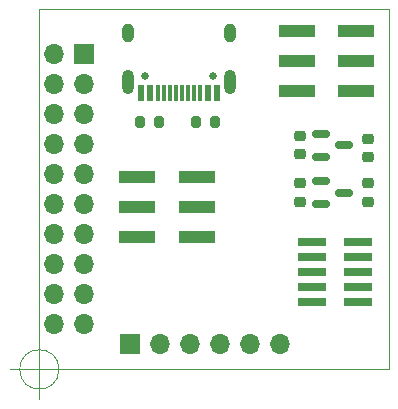
<source format=gbr>
G04 #@! TF.GenerationSoftware,KiCad,Pcbnew,(6.99.0-1917-g23fb4c7433)*
G04 #@! TF.CreationDate,2022-06-21T14:10:18+10:00*
G04 #@! TF.ProjectId,JtagArm20Adapter,4a746167-4172-46d3-9230-416461707465,rev?*
G04 #@! TF.SameCoordinates,PX8404630PY68290a0*
G04 #@! TF.FileFunction,Soldermask,Top*
G04 #@! TF.FilePolarity,Negative*
%FSLAX46Y46*%
G04 Gerber Fmt 4.6, Leading zero omitted, Abs format (unit mm)*
G04 Created by KiCad (PCBNEW (6.99.0-1917-g23fb4c7433)) date 2022-06-21 14:10:18*
%MOMM*%
%LPD*%
G01*
G04 APERTURE LIST*
G04 Aperture macros list*
%AMRoundRect*
0 Rectangle with rounded corners*
0 $1 Rounding radius*
0 $2 $3 $4 $5 $6 $7 $8 $9 X,Y pos of 4 corners*
0 Add a 4 corners polygon primitive as box body*
4,1,4,$2,$3,$4,$5,$6,$7,$8,$9,$2,$3,0*
0 Add four circle primitives for the rounded corners*
1,1,$1+$1,$2,$3*
1,1,$1+$1,$4,$5*
1,1,$1+$1,$6,$7*
1,1,$1+$1,$8,$9*
0 Add four rect primitives between the rounded corners*
20,1,$1+$1,$2,$3,$4,$5,0*
20,1,$1+$1,$4,$5,$6,$7,0*
20,1,$1+$1,$6,$7,$8,$9,0*
20,1,$1+$1,$8,$9,$2,$3,0*%
G04 Aperture macros list end*
%ADD10R,2.400000X0.740000*%
%ADD11R,1.700000X1.700000*%
%ADD12O,1.700000X1.700000*%
%ADD13RoundRect,0.225000X0.250000X-0.225000X0.250000X0.225000X-0.250000X0.225000X-0.250000X-0.225000X0*%
%ADD14RoundRect,0.200000X-0.200000X-0.275000X0.200000X-0.275000X0.200000X0.275000X-0.200000X0.275000X0*%
%ADD15RoundRect,0.200000X0.200000X0.275000X-0.200000X0.275000X-0.200000X-0.275000X0.200000X-0.275000X0*%
%ADD16R,3.150000X1.000000*%
%ADD17RoundRect,0.150000X-0.587500X-0.150000X0.587500X-0.150000X0.587500X0.150000X-0.587500X0.150000X0*%
%ADD18RoundRect,0.225000X-0.250000X0.225000X-0.250000X-0.225000X0.250000X-0.225000X0.250000X0.225000X0*%
%ADD19C,0.650000*%
%ADD20R,0.600000X1.450000*%
%ADD21R,0.300000X1.450000*%
%ADD22O,1.000000X2.100000*%
%ADD23O,1.000000X1.600000*%
G04 #@! TA.AperFunction,Profile*
%ADD24C,0.050000*%
G04 #@! TD*
G04 APERTURE END LIST*
D10*
X27019999Y5679999D03*
X23119999Y5679999D03*
X27019999Y6949999D03*
X23119999Y6949999D03*
X27019999Y8219999D03*
X23119999Y8219999D03*
X27019999Y9489999D03*
X23119999Y9489999D03*
X27019999Y10759999D03*
X23119999Y10759999D03*
D11*
X3809999Y26669999D03*
D12*
X1269999Y26669999D03*
X3809999Y24129999D03*
X1269999Y24129999D03*
X3809999Y21589999D03*
X1269999Y21589999D03*
X3809999Y19049999D03*
X1269999Y19049999D03*
X3809999Y16509999D03*
X1269999Y16509999D03*
X3809999Y13969999D03*
X1269999Y13969999D03*
X3809999Y11429999D03*
X1269999Y11429999D03*
X3809999Y8889999D03*
X1269999Y8889999D03*
X3809999Y6349999D03*
X1269999Y6349999D03*
X3809999Y3809999D03*
X1269999Y3809999D03*
D11*
X7689999Y2129999D03*
D12*
X10229999Y2129999D03*
X12769999Y2129999D03*
X15309999Y2129999D03*
X17849999Y2129999D03*
X20389999Y2129999D03*
D13*
X22070000Y14195000D03*
X22070000Y15745000D03*
D14*
X8495000Y20970000D03*
X10145000Y20970000D03*
D15*
X14895000Y20970000D03*
X13245000Y20970000D03*
D16*
X13344999Y11179999D03*
X8294999Y11179999D03*
X13344999Y13719999D03*
X8294999Y13719999D03*
X13344999Y16259999D03*
X8294999Y16259999D03*
D17*
X23882500Y19920000D03*
X23882500Y18020000D03*
X25757500Y18970000D03*
D16*
X26844999Y23579999D03*
X21794999Y23579999D03*
X26844999Y26119999D03*
X21794999Y26119999D03*
X26844999Y28659999D03*
X21794999Y28659999D03*
D18*
X27820000Y19495000D03*
X27820000Y17945000D03*
D13*
X27820000Y14195000D03*
X27820000Y15745000D03*
D19*
X14710000Y24870000D03*
X8930000Y24870000D03*
D20*
X15069999Y23424999D03*
X14269999Y23424999D03*
D21*
X13069999Y23424999D03*
X12069999Y23424999D03*
X11569999Y23424999D03*
X10569999Y23424999D03*
D20*
X9369999Y23424999D03*
X8569999Y23424999D03*
X8569999Y23424999D03*
X9369999Y23424999D03*
D21*
X10069999Y23424999D03*
X11069999Y23424999D03*
X12569999Y23424999D03*
X13569999Y23424999D03*
D20*
X14269999Y23424999D03*
X15069999Y23424999D03*
D22*
X16139999Y24339999D03*
D23*
X16139999Y28519999D03*
D22*
X7499999Y24339999D03*
D23*
X7499999Y28519999D03*
D17*
X23882500Y15920000D03*
X23882500Y14020000D03*
X25757500Y14970000D03*
D13*
X22070000Y18195000D03*
X22070000Y19745000D03*
D24*
X1667462Y-1320D02*
G75*
G03*
X1667462Y-1320I-1666666J0D01*
G01*
X-2499204Y-1320D02*
X2500796Y-1320D01*
X796Y2498680D02*
X796Y-2501320D01*
X0Y0D02*
X0Y30480000D01*
X29570000Y30480000D02*
X29570000Y0D01*
X0Y30480000D02*
X29570000Y30480000D01*
X29570000Y0D02*
X0Y0D01*
M02*

</source>
